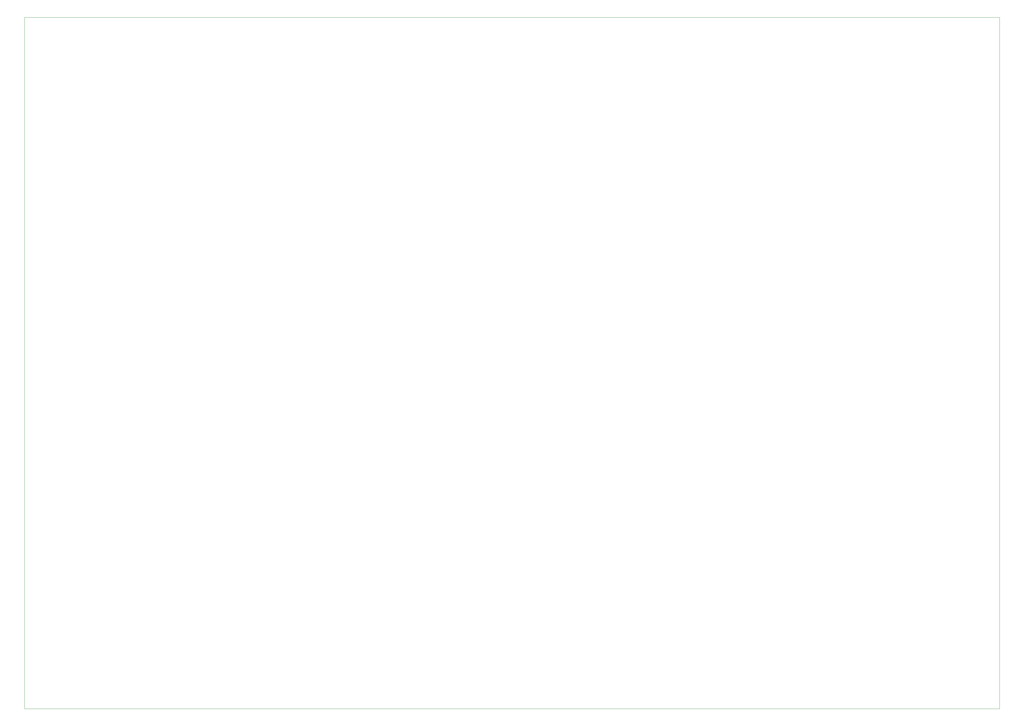
<source format=gbr>
%TF.GenerationSoftware,KiCad,Pcbnew,8.0.5*%
%TF.CreationDate,2024-12-06T02:00:12+01:00*%
%TF.ProjectId,ImpedanceAnalyzer,496d7065-6461-46e6-9365-416e616c797a,rev?*%
%TF.SameCoordinates,Original*%
%TF.FileFunction,Profile,NP*%
%FSLAX46Y46*%
G04 Gerber Fmt 4.6, Leading zero omitted, Abs format (unit mm)*
G04 Created by KiCad (PCBNEW 8.0.5) date 2024-12-06 02:00:12*
%MOMM*%
%LPD*%
G01*
G04 APERTURE LIST*
%TA.AperFunction,Profile*%
%ADD10C,0.050000*%
%TD*%
G04 APERTURE END LIST*
D10*
X20000000Y-40000000D02*
X330000000Y-40000000D01*
X330000000Y-260000000D01*
X20000000Y-260000000D01*
X20000000Y-40000000D01*
M02*

</source>
